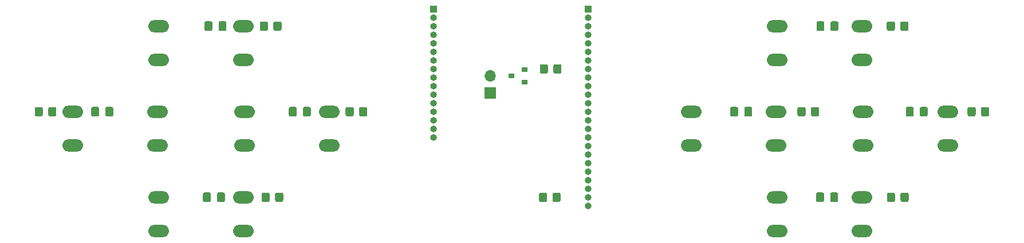
<source format=gbr>
%TF.GenerationSoftware,KiCad,Pcbnew,(5.1.8)-1*%
%TF.CreationDate,2020-11-24T01:58:45+03:00*%
%TF.ProjectId,mesp240_gamepadshield,6d657370-3234-4305-9f67-616d65706164,rev?*%
%TF.SameCoordinates,Original*%
%TF.FileFunction,Soldermask,Bot*%
%TF.FilePolarity,Negative*%
%FSLAX46Y46*%
G04 Gerber Fmt 4.6, Leading zero omitted, Abs format (unit mm)*
G04 Created by KiCad (PCBNEW (5.1.8)-1) date 2020-11-24 01:58:45*
%MOMM*%
%LPD*%
G01*
G04 APERTURE LIST*
%ADD10O,3.048000X1.850000*%
%ADD11R,0.900000X0.800000*%
%ADD12O,1.700000X1.700000*%
%ADD13R,1.700000X1.700000*%
%ADD14O,1.000000X1.000000*%
%ADD15R,1.000000X1.000000*%
G04 APERTURE END LIST*
D10*
%TO.C,SW8*%
X180340000Y-121840000D03*
X180340000Y-116840000D03*
X192840000Y-121840000D03*
X192840000Y-116840000D03*
%TD*%
%TO.C,SW7*%
X180340000Y-96440000D03*
X180340000Y-91440000D03*
X192840000Y-96440000D03*
X192840000Y-91440000D03*
%TD*%
%TO.C,SW6*%
X167640000Y-109140000D03*
X167640000Y-104140000D03*
X180140000Y-109140000D03*
X180140000Y-104140000D03*
%TD*%
%TO.C,SW5*%
X193040000Y-109140000D03*
X193040000Y-104140000D03*
X205540000Y-109140000D03*
X205540000Y-104140000D03*
%TD*%
%TO.C,SW4*%
X88900000Y-96440000D03*
X88900000Y-91440000D03*
X101400000Y-96440000D03*
X101400000Y-91440000D03*
%TD*%
%TO.C,SW3*%
X101600000Y-109140000D03*
X101600000Y-104140000D03*
X114100000Y-109140000D03*
X114100000Y-104140000D03*
%TD*%
%TO.C,SW2*%
X76200000Y-109140000D03*
X76200000Y-104140000D03*
X88700000Y-109140000D03*
X88700000Y-104140000D03*
%TD*%
%TO.C,SW1*%
X88900000Y-121840000D03*
X88900000Y-116840000D03*
X101400000Y-121840000D03*
X101400000Y-116840000D03*
%TD*%
%TO.C,R10*%
G36*
G01*
X147085000Y-117290001D02*
X147085000Y-116389999D01*
G75*
G02*
X147334999Y-116140000I249999J0D01*
G01*
X148035001Y-116140000D01*
G75*
G02*
X148285000Y-116389999I0J-249999D01*
G01*
X148285000Y-117290001D01*
G75*
G02*
X148035001Y-117540000I-249999J0D01*
G01*
X147334999Y-117540000D01*
G75*
G02*
X147085000Y-117290001I0J249999D01*
G01*
G37*
G36*
G01*
X145085000Y-117290001D02*
X145085000Y-116389999D01*
G75*
G02*
X145334999Y-116140000I249999J0D01*
G01*
X146035001Y-116140000D01*
G75*
G02*
X146285000Y-116389999I0J-249999D01*
G01*
X146285000Y-117290001D01*
G75*
G02*
X146035001Y-117540000I-249999J0D01*
G01*
X145334999Y-117540000D01*
G75*
G02*
X145085000Y-117290001I0J249999D01*
G01*
G37*
%TD*%
%TO.C,R9*%
G36*
G01*
X147212000Y-98240001D02*
X147212000Y-97339999D01*
G75*
G02*
X147461999Y-97090000I249999J0D01*
G01*
X148162001Y-97090000D01*
G75*
G02*
X148412000Y-97339999I0J-249999D01*
G01*
X148412000Y-98240001D01*
G75*
G02*
X148162001Y-98490000I-249999J0D01*
G01*
X147461999Y-98490000D01*
G75*
G02*
X147212000Y-98240001I0J249999D01*
G01*
G37*
G36*
G01*
X145212000Y-98240001D02*
X145212000Y-97339999D01*
G75*
G02*
X145461999Y-97090000I249999J0D01*
G01*
X146162001Y-97090000D01*
G75*
G02*
X146412000Y-97339999I0J-249999D01*
G01*
X146412000Y-98240001D01*
G75*
G02*
X146162001Y-98490000I-249999J0D01*
G01*
X145461999Y-98490000D01*
G75*
G02*
X145212000Y-98240001I0J249999D01*
G01*
G37*
%TD*%
%TO.C,R8*%
G36*
G01*
X198536000Y-117290001D02*
X198536000Y-116389999D01*
G75*
G02*
X198785999Y-116140000I249999J0D01*
G01*
X199486001Y-116140000D01*
G75*
G02*
X199736000Y-116389999I0J-249999D01*
G01*
X199736000Y-117290001D01*
G75*
G02*
X199486001Y-117540000I-249999J0D01*
G01*
X198785999Y-117540000D01*
G75*
G02*
X198536000Y-117290001I0J249999D01*
G01*
G37*
G36*
G01*
X196536000Y-117290001D02*
X196536000Y-116389999D01*
G75*
G02*
X196785999Y-116140000I249999J0D01*
G01*
X197486001Y-116140000D01*
G75*
G02*
X197736000Y-116389999I0J-249999D01*
G01*
X197736000Y-117290001D01*
G75*
G02*
X197486001Y-117540000I-249999J0D01*
G01*
X196785999Y-117540000D01*
G75*
G02*
X196536000Y-117290001I0J249999D01*
G01*
G37*
%TD*%
%TO.C,R7*%
G36*
G01*
X185296000Y-104590001D02*
X185296000Y-103689999D01*
G75*
G02*
X185545999Y-103440000I249999J0D01*
G01*
X186246001Y-103440000D01*
G75*
G02*
X186496000Y-103689999I0J-249999D01*
G01*
X186496000Y-104590001D01*
G75*
G02*
X186246001Y-104840000I-249999J0D01*
G01*
X185545999Y-104840000D01*
G75*
G02*
X185296000Y-104590001I0J249999D01*
G01*
G37*
G36*
G01*
X183296000Y-104590001D02*
X183296000Y-103689999D01*
G75*
G02*
X183545999Y-103440000I249999J0D01*
G01*
X184246001Y-103440000D01*
G75*
G02*
X184496000Y-103689999I0J-249999D01*
G01*
X184496000Y-104590001D01*
G75*
G02*
X184246001Y-104840000I-249999J0D01*
G01*
X183545999Y-104840000D01*
G75*
G02*
X183296000Y-104590001I0J249999D01*
G01*
G37*
%TD*%
%TO.C,R6*%
G36*
G01*
X210442000Y-104590001D02*
X210442000Y-103689999D01*
G75*
G02*
X210691999Y-103440000I249999J0D01*
G01*
X211392001Y-103440000D01*
G75*
G02*
X211642000Y-103689999I0J-249999D01*
G01*
X211642000Y-104590001D01*
G75*
G02*
X211392001Y-104840000I-249999J0D01*
G01*
X210691999Y-104840000D01*
G75*
G02*
X210442000Y-104590001I0J249999D01*
G01*
G37*
G36*
G01*
X208442000Y-104590001D02*
X208442000Y-103689999D01*
G75*
G02*
X208691999Y-103440000I249999J0D01*
G01*
X209392001Y-103440000D01*
G75*
G02*
X209642000Y-103689999I0J-249999D01*
G01*
X209642000Y-104590001D01*
G75*
G02*
X209392001Y-104840000I-249999J0D01*
G01*
X208691999Y-104840000D01*
G75*
G02*
X208442000Y-104590001I0J249999D01*
G01*
G37*
%TD*%
%TO.C,R5*%
G36*
G01*
X198504000Y-91890001D02*
X198504000Y-90989999D01*
G75*
G02*
X198753999Y-90740000I249999J0D01*
G01*
X199454001Y-90740000D01*
G75*
G02*
X199704000Y-90989999I0J-249999D01*
G01*
X199704000Y-91890001D01*
G75*
G02*
X199454001Y-92140000I-249999J0D01*
G01*
X198753999Y-92140000D01*
G75*
G02*
X198504000Y-91890001I0J249999D01*
G01*
G37*
G36*
G01*
X196504000Y-91890001D02*
X196504000Y-90989999D01*
G75*
G02*
X196753999Y-90740000I249999J0D01*
G01*
X197454001Y-90740000D01*
G75*
G02*
X197704000Y-90989999I0J-249999D01*
G01*
X197704000Y-91890001D01*
G75*
G02*
X197454001Y-92140000I-249999J0D01*
G01*
X196753999Y-92140000D01*
G75*
G02*
X196504000Y-91890001I0J249999D01*
G01*
G37*
%TD*%
%TO.C,R4*%
G36*
G01*
X105826000Y-91890001D02*
X105826000Y-90989999D01*
G75*
G02*
X106075999Y-90740000I249999J0D01*
G01*
X106776001Y-90740000D01*
G75*
G02*
X107026000Y-90989999I0J-249999D01*
G01*
X107026000Y-91890001D01*
G75*
G02*
X106776001Y-92140000I-249999J0D01*
G01*
X106075999Y-92140000D01*
G75*
G02*
X105826000Y-91890001I0J249999D01*
G01*
G37*
G36*
G01*
X103826000Y-91890001D02*
X103826000Y-90989999D01*
G75*
G02*
X104075999Y-90740000I249999J0D01*
G01*
X104776001Y-90740000D01*
G75*
G02*
X105026000Y-90989999I0J-249999D01*
G01*
X105026000Y-91890001D01*
G75*
G02*
X104776001Y-92140000I-249999J0D01*
G01*
X104075999Y-92140000D01*
G75*
G02*
X103826000Y-91890001I0J249999D01*
G01*
G37*
%TD*%
%TO.C,R3*%
G36*
G01*
X71736000Y-103689999D02*
X71736000Y-104590001D01*
G75*
G02*
X71486001Y-104840000I-249999J0D01*
G01*
X70785999Y-104840000D01*
G75*
G02*
X70536000Y-104590001I0J249999D01*
G01*
X70536000Y-103689999D01*
G75*
G02*
X70785999Y-103440000I249999J0D01*
G01*
X71486001Y-103440000D01*
G75*
G02*
X71736000Y-103689999I0J-249999D01*
G01*
G37*
G36*
G01*
X73736000Y-103689999D02*
X73736000Y-104590001D01*
G75*
G02*
X73486001Y-104840000I-249999J0D01*
G01*
X72785999Y-104840000D01*
G75*
G02*
X72536000Y-104590001I0J249999D01*
G01*
X72536000Y-103689999D01*
G75*
G02*
X72785999Y-103440000I249999J0D01*
G01*
X73486001Y-103440000D01*
G75*
G02*
X73736000Y-103689999I0J-249999D01*
G01*
G37*
%TD*%
%TO.C,R2*%
G36*
G01*
X106080000Y-117290001D02*
X106080000Y-116389999D01*
G75*
G02*
X106329999Y-116140000I249999J0D01*
G01*
X107030001Y-116140000D01*
G75*
G02*
X107280000Y-116389999I0J-249999D01*
G01*
X107280000Y-117290001D01*
G75*
G02*
X107030001Y-117540000I-249999J0D01*
G01*
X106329999Y-117540000D01*
G75*
G02*
X106080000Y-117290001I0J249999D01*
G01*
G37*
G36*
G01*
X104080000Y-117290001D02*
X104080000Y-116389999D01*
G75*
G02*
X104329999Y-116140000I249999J0D01*
G01*
X105030001Y-116140000D01*
G75*
G02*
X105280000Y-116389999I0J-249999D01*
G01*
X105280000Y-117290001D01*
G75*
G02*
X105030001Y-117540000I-249999J0D01*
G01*
X104329999Y-117540000D01*
G75*
G02*
X104080000Y-117290001I0J249999D01*
G01*
G37*
%TD*%
%TO.C,R1*%
G36*
G01*
X118494000Y-104590001D02*
X118494000Y-103689999D01*
G75*
G02*
X118743999Y-103440000I249999J0D01*
G01*
X119444001Y-103440000D01*
G75*
G02*
X119694000Y-103689999I0J-249999D01*
G01*
X119694000Y-104590001D01*
G75*
G02*
X119444001Y-104840000I-249999J0D01*
G01*
X118743999Y-104840000D01*
G75*
G02*
X118494000Y-104590001I0J249999D01*
G01*
G37*
G36*
G01*
X116494000Y-104590001D02*
X116494000Y-103689999D01*
G75*
G02*
X116743999Y-103440000I249999J0D01*
G01*
X117444001Y-103440000D01*
G75*
G02*
X117694000Y-103689999I0J-249999D01*
G01*
X117694000Y-104590001D01*
G75*
G02*
X117444001Y-104840000I-249999J0D01*
G01*
X116743999Y-104840000D01*
G75*
G02*
X116494000Y-104590001I0J249999D01*
G01*
G37*
%TD*%
D11*
%TO.C,Q1*%
X140986000Y-98806000D03*
X142986000Y-99756000D03*
X142986000Y-97856000D03*
%TD*%
D12*
%TO.C,J3*%
X137922000Y-98806000D03*
D13*
X137922000Y-101346000D03*
%TD*%
D14*
%TO.C,J2*%
X152400000Y-118110000D03*
X152400000Y-116840000D03*
X152400000Y-115570000D03*
X152400000Y-114300000D03*
X152400000Y-113030000D03*
X152400000Y-111760000D03*
X152400000Y-110490000D03*
X152400000Y-109220000D03*
X152400000Y-107950000D03*
X152400000Y-106680000D03*
X152400000Y-105410000D03*
X152400000Y-104140000D03*
X152400000Y-102870000D03*
X152400000Y-101600000D03*
X152400000Y-100330000D03*
X152400000Y-99060000D03*
X152400000Y-97790000D03*
X152400000Y-96520000D03*
X152400000Y-95250000D03*
X152400000Y-93980000D03*
X152400000Y-92710000D03*
X152400000Y-91440000D03*
X152400000Y-90170000D03*
D15*
X152400000Y-88900000D03*
%TD*%
D14*
%TO.C,J1*%
X129540000Y-107950000D03*
X129540000Y-106680000D03*
X129540000Y-105410000D03*
X129540000Y-104140000D03*
X129540000Y-102870000D03*
X129540000Y-101600000D03*
X129540000Y-100330000D03*
X129540000Y-99060000D03*
X129540000Y-97790000D03*
X129540000Y-96520000D03*
X129540000Y-95250000D03*
X129540000Y-93980000D03*
X129540000Y-92710000D03*
X129540000Y-91440000D03*
X129540000Y-90170000D03*
D15*
X129540000Y-88900000D03*
%TD*%
%TO.C,C8*%
G36*
G01*
X187234500Y-116365000D02*
X187234500Y-117315000D01*
G75*
G02*
X186984500Y-117565000I-250000J0D01*
G01*
X186309500Y-117565000D01*
G75*
G02*
X186059500Y-117315000I0J250000D01*
G01*
X186059500Y-116365000D01*
G75*
G02*
X186309500Y-116115000I250000J0D01*
G01*
X186984500Y-116115000D01*
G75*
G02*
X187234500Y-116365000I0J-250000D01*
G01*
G37*
G36*
G01*
X189309500Y-116365000D02*
X189309500Y-117315000D01*
G75*
G02*
X189059500Y-117565000I-250000J0D01*
G01*
X188384500Y-117565000D01*
G75*
G02*
X188134500Y-117315000I0J250000D01*
G01*
X188134500Y-116365000D01*
G75*
G02*
X188384500Y-116115000I250000J0D01*
G01*
X189059500Y-116115000D01*
G75*
G02*
X189309500Y-116365000I0J-250000D01*
G01*
G37*
%TD*%
%TO.C,C7*%
G36*
G01*
X187277500Y-90965000D02*
X187277500Y-91915000D01*
G75*
G02*
X187027500Y-92165000I-250000J0D01*
G01*
X186352500Y-92165000D01*
G75*
G02*
X186102500Y-91915000I0J250000D01*
G01*
X186102500Y-90965000D01*
G75*
G02*
X186352500Y-90715000I250000J0D01*
G01*
X187027500Y-90715000D01*
G75*
G02*
X187277500Y-90965000I0J-250000D01*
G01*
G37*
G36*
G01*
X189352500Y-90965000D02*
X189352500Y-91915000D01*
G75*
G02*
X189102500Y-92165000I-250000J0D01*
G01*
X188427500Y-92165000D01*
G75*
G02*
X188177500Y-91915000I0J250000D01*
G01*
X188177500Y-90965000D01*
G75*
G02*
X188427500Y-90715000I250000J0D01*
G01*
X189102500Y-90715000D01*
G75*
G02*
X189352500Y-90965000I0J-250000D01*
G01*
G37*
%TD*%
%TO.C,C6*%
G36*
G01*
X174534500Y-103665000D02*
X174534500Y-104615000D01*
G75*
G02*
X174284500Y-104865000I-250000J0D01*
G01*
X173609500Y-104865000D01*
G75*
G02*
X173359500Y-104615000I0J250000D01*
G01*
X173359500Y-103665000D01*
G75*
G02*
X173609500Y-103415000I250000J0D01*
G01*
X174284500Y-103415000D01*
G75*
G02*
X174534500Y-103665000I0J-250000D01*
G01*
G37*
G36*
G01*
X176609500Y-103665000D02*
X176609500Y-104615000D01*
G75*
G02*
X176359500Y-104865000I-250000J0D01*
G01*
X175684500Y-104865000D01*
G75*
G02*
X175434500Y-104615000I0J250000D01*
G01*
X175434500Y-103665000D01*
G75*
G02*
X175684500Y-103415000I250000J0D01*
G01*
X176359500Y-103415000D01*
G75*
G02*
X176609500Y-103665000I0J-250000D01*
G01*
G37*
%TD*%
%TO.C,C5*%
G36*
G01*
X200485500Y-103665000D02*
X200485500Y-104615000D01*
G75*
G02*
X200235500Y-104865000I-250000J0D01*
G01*
X199560500Y-104865000D01*
G75*
G02*
X199310500Y-104615000I0J250000D01*
G01*
X199310500Y-103665000D01*
G75*
G02*
X199560500Y-103415000I250000J0D01*
G01*
X200235500Y-103415000D01*
G75*
G02*
X200485500Y-103665000I0J-250000D01*
G01*
G37*
G36*
G01*
X202560500Y-103665000D02*
X202560500Y-104615000D01*
G75*
G02*
X202310500Y-104865000I-250000J0D01*
G01*
X201635500Y-104865000D01*
G75*
G02*
X201385500Y-104615000I0J250000D01*
G01*
X201385500Y-103665000D01*
G75*
G02*
X201635500Y-103415000I250000J0D01*
G01*
X202310500Y-103415000D01*
G75*
G02*
X202560500Y-103665000I0J-250000D01*
G01*
G37*
%TD*%
%TO.C,C4*%
G36*
G01*
X96810500Y-90965000D02*
X96810500Y-91915000D01*
G75*
G02*
X96560500Y-92165000I-250000J0D01*
G01*
X95885500Y-92165000D01*
G75*
G02*
X95635500Y-91915000I0J250000D01*
G01*
X95635500Y-90965000D01*
G75*
G02*
X95885500Y-90715000I250000J0D01*
G01*
X96560500Y-90715000D01*
G75*
G02*
X96810500Y-90965000I0J-250000D01*
G01*
G37*
G36*
G01*
X98885500Y-90965000D02*
X98885500Y-91915000D01*
G75*
G02*
X98635500Y-92165000I-250000J0D01*
G01*
X97960500Y-92165000D01*
G75*
G02*
X97710500Y-91915000I0J250000D01*
G01*
X97710500Y-90965000D01*
G75*
G02*
X97960500Y-90715000I250000J0D01*
G01*
X98635500Y-90715000D01*
G75*
G02*
X98885500Y-90965000I0J-250000D01*
G01*
G37*
%TD*%
%TO.C,C3*%
G36*
G01*
X109278000Y-103665000D02*
X109278000Y-104615000D01*
G75*
G02*
X109028000Y-104865000I-250000J0D01*
G01*
X108353000Y-104865000D01*
G75*
G02*
X108103000Y-104615000I0J250000D01*
G01*
X108103000Y-103665000D01*
G75*
G02*
X108353000Y-103415000I250000J0D01*
G01*
X109028000Y-103415000D01*
G75*
G02*
X109278000Y-103665000I0J-250000D01*
G01*
G37*
G36*
G01*
X111353000Y-103665000D02*
X111353000Y-104615000D01*
G75*
G02*
X111103000Y-104865000I-250000J0D01*
G01*
X110428000Y-104865000D01*
G75*
G02*
X110178000Y-104615000I0J250000D01*
G01*
X110178000Y-103665000D01*
G75*
G02*
X110428000Y-103415000I250000J0D01*
G01*
X111103000Y-103415000D01*
G75*
G02*
X111353000Y-103665000I0J-250000D01*
G01*
G37*
%TD*%
%TO.C,C2*%
G36*
G01*
X80968000Y-104615000D02*
X80968000Y-103665000D01*
G75*
G02*
X81218000Y-103415000I250000J0D01*
G01*
X81893000Y-103415000D01*
G75*
G02*
X82143000Y-103665000I0J-250000D01*
G01*
X82143000Y-104615000D01*
G75*
G02*
X81893000Y-104865000I-250000J0D01*
G01*
X81218000Y-104865000D01*
G75*
G02*
X80968000Y-104615000I0J250000D01*
G01*
G37*
G36*
G01*
X78893000Y-104615000D02*
X78893000Y-103665000D01*
G75*
G02*
X79143000Y-103415000I250000J0D01*
G01*
X79818000Y-103415000D01*
G75*
G02*
X80068000Y-103665000I0J-250000D01*
G01*
X80068000Y-104615000D01*
G75*
G02*
X79818000Y-104865000I-250000J0D01*
G01*
X79143000Y-104865000D01*
G75*
G02*
X78893000Y-104615000I0J250000D01*
G01*
G37*
%TD*%
%TO.C,C1*%
G36*
G01*
X96578000Y-116365000D02*
X96578000Y-117315000D01*
G75*
G02*
X96328000Y-117565000I-250000J0D01*
G01*
X95653000Y-117565000D01*
G75*
G02*
X95403000Y-117315000I0J250000D01*
G01*
X95403000Y-116365000D01*
G75*
G02*
X95653000Y-116115000I250000J0D01*
G01*
X96328000Y-116115000D01*
G75*
G02*
X96578000Y-116365000I0J-250000D01*
G01*
G37*
G36*
G01*
X98653000Y-116365000D02*
X98653000Y-117315000D01*
G75*
G02*
X98403000Y-117565000I-250000J0D01*
G01*
X97728000Y-117565000D01*
G75*
G02*
X97478000Y-117315000I0J250000D01*
G01*
X97478000Y-116365000D01*
G75*
G02*
X97728000Y-116115000I250000J0D01*
G01*
X98403000Y-116115000D01*
G75*
G02*
X98653000Y-116365000I0J-250000D01*
G01*
G37*
%TD*%
M02*

</source>
